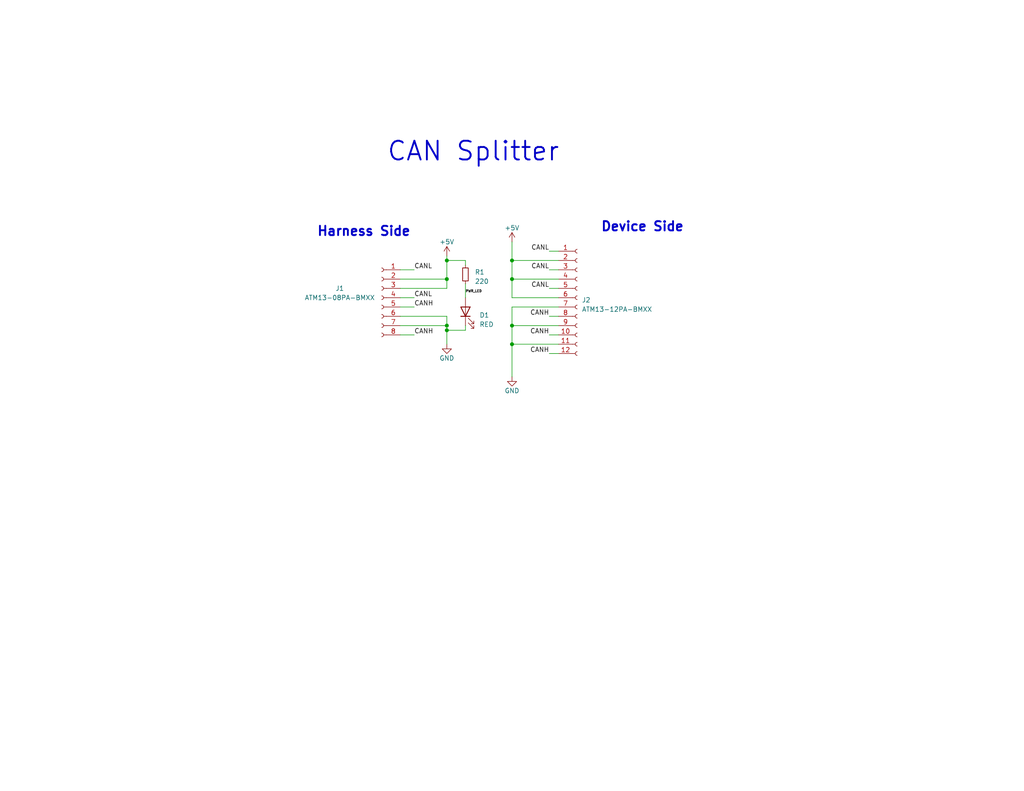
<source format=kicad_sch>
(kicad_sch (version 20230121) (generator eeschema)
  (paper "USLetter")
  (title_block (title "CAN Splitter") (date "2023-09-16") (rev "v1") (company "Sun Devil Motorsports"))
  (lib_symbols
    (symbol "Connector:Conn_01x08_Socket" (pin_names (offset 1.016) hide)
      (property "Reference" "J" (at 0 10.16 0))
      (property "Value" "Conn_01x08_Socket" (at 0 -12.7 0))
      (symbol "Conn_01x08_Socket_1_1"
        (arc (start 0 -9.652) (mid -0.5058 -10.16) (end 0 -10.668) (stroke (width 0.1524)))
        (arc (start 0 -7.112) (mid -0.5058 -7.62) (end 0 -8.128) (stroke (width 0.1524)))
        (arc (start 0 -4.572) (mid -0.5058 -5.08) (end 0 -5.588) (stroke (width 0.1524)))
        (arc (start 0 -2.032) (mid -0.5058 -2.54) (end 0 -3.048) (stroke (width 0.1524)))
        (polyline (pts (xy -1.27 -10.16) (xy -0.508 -10.16)) (stroke (width 0.1524)))
        (polyline (pts (xy -1.27 -7.62) (xy -0.508 -7.62)) (stroke (width 0.1524)))
        (polyline (pts (xy -1.27 -5.08) (xy -0.508 -5.08)) (stroke (width 0.1524)))
        (polyline (pts (xy -1.27 -2.54) (xy -0.508 -2.54)) (stroke (width 0.1524)))
        (polyline (pts (xy -1.27 0) (xy -0.508 0)) (stroke (width 0.1524)))
        (polyline (pts (xy -1.27 2.54) (xy -0.508 2.54)) (stroke (width 0.1524)))
        (polyline (pts (xy -1.27 5.08) (xy -0.508 5.08)) (stroke (width 0.1524)))
        (polyline (pts (xy -1.27 7.62) (xy -0.508 7.62)) (stroke (width 0.1524)))
        (arc (start 0 0.508) (mid -0.5058 0) (end 0 -0.508) (stroke (width 0.1524)))
        (arc (start 0 3.048) (mid -0.5058 2.54) (end 0 2.032) (stroke (width 0.1524)))
        (arc (start 0 5.588) (mid -0.5058 5.08) (end 0 4.572) (stroke (width 0.1524)))
        (arc (start 0 8.128) (mid -0.5058 7.62) (end 0 7.112) (stroke (width 0.1524)))
        (pin passive line (at -5.08 7.62 0) (length 3.81) (name "Pin_1") (number "1"))
        (pin passive line (at -5.08 5.08 0) (length 3.81) (name "Pin_2") (number "2"))
        (pin passive line (at -5.08 2.54 0) (length 3.81) (name "Pin_3") (number "3"))
        (pin passive line (at -5.08 0 0) (length 3.81) (name "Pin_4") (number "4"))
        (pin passive line (at -5.08 -2.54 0) (length 3.81) (name "Pin_5") (number "5"))
        (pin passive line (at -5.08 -5.08 0) (length 3.81) (name "Pin_6") (number "6"))
        (pin passive line (at -5.08 -7.62 0) (length 3.81) (name "Pin_7") (number "7"))
        (pin passive line (at -5.08 -10.16 0) (length 3.81) (name "Pin_8") (number "8"))
      )
    )
    (symbol "Connector:Conn_01x12_Socket" (pin_names (offset 1.016) hide)
      (property "Reference" "J" (at 0 15.24 0))
      (property "Value" "Conn_01x12_Socket" (at 0 -17.78 0))
      (symbol "Conn_01x12_Socket_1_1"
        (arc (start 0 -14.732) (mid -0.5058 -15.24) (end 0 -15.748) (stroke (width 0.1524)))
        (arc (start 0 -12.192) (mid -0.5058 -12.7) (end 0 -13.208) (stroke (width 0.1524)))
        (arc (start 0 -9.652) (mid -0.5058 -10.16) (end 0 -10.668) (stroke (width 0.1524)))
        (arc (start 0 -7.112) (mid -0.5058 -7.62) (end 0 -8.128) (stroke (width 0.1524)))
        (arc (start 0 -4.572) (mid -0.5058 -5.08) (end 0 -5.588) (stroke (width 0.1524)))
        (arc (start 0 -2.032) (mid -0.5058 -2.54) (end 0 -3.048) (stroke (width 0.1524)))
        (polyline (pts (xy -1.27 -15.24) (xy -0.508 -15.24)) (stroke (width 0.1524)))
        (polyline (pts (xy -1.27 -12.7) (xy -0.508 -12.7)) (stroke (width 0.1524)))
        (polyline (pts (xy -1.27 -10.16) (xy -0.508 -10.16)) (stroke (width 0.1524)))
        (polyline (pts (xy -1.27 -7.62) (xy -0.508 -7.62)) (stroke (width 0.1524)))
        (polyline (pts (xy -1.27 -5.08) (xy -0.508 -5.08)) (stroke (width 0.1524)))
        (polyline (pts (xy -1.27 -2.54) (xy -0.508 -2.54)) (stroke (width 0.1524)))
        (polyline (pts (xy -1.27 0) (xy -0.508 0)) (stroke (width 0.1524)))
        (polyline (pts (xy -1.27 2.54) (xy -0.508 2.54)) (stroke (width 0.1524)))
        (polyline (pts (xy -1.27 5.08) (xy -0.508 5.08)) (stroke (width 0.1524)))
        (polyline (pts (xy -1.27 7.62) (xy -0.508 7.62)) (stroke (width 0.1524)))
        (polyline (pts (xy -1.27 10.16) (xy -0.508 10.16)) (stroke (width 0.1524)))
        (polyline (pts (xy -1.27 12.7) (xy -0.508 12.7)) (stroke (width 0.1524)))
        (arc (start 0 0.508) (mid -0.5058 0) (end 0 -0.508) (stroke (width 0.1524)))
        (arc (start 0 3.048) (mid -0.5058 2.54) (end 0 2.032) (stroke (width 0.1524)))
        (arc (start 0 5.588) (mid -0.5058 5.08) (end 0 4.572) (stroke (width 0.1524)))
        (arc (start 0 8.128) (mid -0.5058 7.62) (end 0 7.112) (stroke (width 0.1524)))
        (arc (start 0 10.668) (mid -0.5058 10.16) (end 0 9.652) (stroke (width 0.1524)))
        (arc (start 0 13.208) (mid -0.5058 12.7) (end 0 12.192) (stroke (width 0.1524)))
        (pin passive line (at -5.08 12.7 0) (length 3.81) (name "Pin_1") (number "1"))
        (pin passive line (at -5.08 -10.16 0) (length 3.81) (name "Pin_10") (number "10"))
        (pin passive line (at -5.08 -12.7 0) (length 3.81) (name "Pin_11") (number "11"))
        (pin passive line (at -5.08 -15.24 0) (length 3.81) (name "Pin_12") (number "12"))
        (pin passive line (at -5.08 10.16 0) (length 3.81) (name "Pin_2") (number "2"))
        (pin passive line (at -5.08 7.62 0) (length 3.81) (name "Pin_3") (number "3"))
        (pin passive line (at -5.08 5.08 0) (length 3.81) (name "Pin_4") (number "4"))
        (pin passive line (at -5.08 2.54 0) (length 3.81) (name "Pin_5") (number "5"))
        (pin passive line (at -5.08 0 0) (length 3.81) (name "Pin_6") (number "6"))
        (pin passive line (at -5.08 -2.54 0) (length 3.81) (name "Pin_7") (number "7"))
        (pin passive line (at -5.08 -5.08 0) (length 3.81) (name "Pin_8") (number "8"))
        (pin passive line (at -5.08 -7.62 0) (length 3.81) (name "Pin_9") (number "9"))
      )
    )
    (symbol "Device:LED" (pin_numbers hide) (pin_names (offset 1.016) hide)
      (property "Reference" "D" (at 0 2.54 0))
      (property "Value" "LED" (at 0 -2.54 0))
      (symbol "LED_0_1"
        (polyline (pts (xy -1.27 -1.27) (xy -1.27 1.27)) (stroke (width 0.254)))
        (polyline (pts (xy -1.27 0) (xy 1.27 0)))
        (polyline (pts (xy 1.27 -1.27) (xy 1.27 1.27) (xy -1.27 0) (xy 1.27 -1.27)) (stroke (width 0.254)))
        (polyline (pts (xy -3.048 -0.762) (xy -4.572 -2.286) (xy -3.81 -2.286) (xy -4.572 -2.286) (xy -4.572 -1.524)))
        (polyline (pts (xy -1.778 -0.762) (xy -3.302 -2.286) (xy -2.54 -2.286) (xy -3.302 -2.286) (xy -3.302 -1.524)))
      )
      (symbol "LED_1_1"
        (pin passive line (at -3.81 0 0) (length 2.54) (name "K") (number "1"))
        (pin passive line (at 3.81 0 180) (length 2.54) (name "A") (number "2"))
      )
    )
    (symbol "Device:R_Small" (pin_numbers hide) (pin_names (offset 0.254) hide)
      (property "Reference" "R" (at 0.762 0.508 0))
      (property "Value" "R_Small" (at 0.762 -1.016 0))
      (symbol "R_Small_0_1"
        (rectangle (start -0.762 1.778) (end 0.762 -1.778) (stroke (width 0.2032)))
      )
      (symbol "R_Small_1_1"
        (pin passive line (at 0 2.54 270) (length 0.762) (name "~") (number "1"))
        (pin passive line (at 0 -2.54 90) (length 0.762) (name "~") (number "2"))
      )
    )
    (symbol "power:+5V" (power) (pin_names (offset 0))
      (property "Value" "+5V" (at 0 3.556 0))
      (symbol "+5V_0_1"
        (polyline (pts (xy -0.762 1.27) (xy 0 2.54)))
        (polyline (pts (xy 0 0) (xy 0 2.54)))
        (polyline (pts (xy 0 2.54) (xy 0.762 1.27)))
      )
      (symbol "+5V_1_1"
        (pin power_in line (at 0 0 90) (length 0) hide (name "+5V") (number "1"))
      )
    )
    (symbol "power:GND" (power) (pin_names (offset 0))
      (property "Value" "GND" (at 0 -3.81 0))
      (symbol "GND_0_1"
        (polyline (pts (xy 0 0) (xy 0 -1.27) (xy 1.27 -1.27) (xy 0 -2.54) (xy -1.27 -1.27) (xy 0 -1.27)))
      )
      (symbol "GND_1_1"
        (pin power_in line (at 0 0 270) (length 0) hide (name "GND") (number "1"))
      )
    )
  )
  (junction (at 121.92 90.17))
  (junction (at 121.92 71.12))
  (junction (at 121.92 88.9))
  (junction (at 139.7 93.98))
  (junction (at 139.7 88.9))
  (junction (at 139.7 71.12))
  (junction (at 139.7 76.2))
  (junction (at 121.92 76.2))
  (wire (pts (xy 109.22 78.74) (xy 121.92 78.74)))
  (wire (pts (xy 121.92 88.9) (xy 121.92 90.17)))
  (wire (pts (xy 127 71.12) (xy 121.92 71.12)))
  (wire (pts (xy 127 77.47) (xy 127 81.28)))
  (wire (pts (xy 149.86 68.58) (xy 152.4 68.58)))
  (wire (pts (xy 149.86 91.44) (xy 152.4 91.44)))
  (wire (pts (xy 152.4 88.9) (xy 139.7 88.9)))
  (wire (pts (xy 139.7 71.12) (xy 139.7 66.04)))
  (wire (pts (xy 152.4 71.12) (xy 139.7 71.12)))
  (wire (pts (xy 121.92 86.36) (xy 121.92 88.9)))
  (wire (pts (xy 139.7 88.9) (xy 139.7 93.98)))
  (wire (pts (xy 152.4 81.28) (xy 139.7 81.28)))
  (wire (pts (xy 109.22 91.44) (xy 113.03 91.44)))
  (wire (pts (xy 109.22 73.66) (xy 113.03 73.66)))
  (wire (pts (xy 149.86 96.52) (xy 152.4 96.52)))
  (wire (pts (xy 149.86 78.74) (xy 152.4 78.74)))
  (wire (pts (xy 127 90.17) (xy 121.92 90.17)))
  (wire (pts (xy 152.4 93.98) (xy 139.7 93.98)))
  (wire (pts (xy 152.4 83.82) (xy 139.7 83.82)))
  (wire (pts (xy 139.7 81.28) (xy 139.7 76.2)))
  (wire (pts (xy 127 72.39) (xy 127 71.12)))
  (wire (pts (xy 121.92 78.74) (xy 121.92 76.2)))
  (wire (pts (xy 139.7 93.98) (xy 139.7 102.87)))
  (wire (pts (xy 121.92 76.2) (xy 121.92 71.12)))
  (wire (pts (xy 109.22 86.36) (xy 121.92 86.36)))
  (wire (pts (xy 127 88.9) (xy 127 90.17)))
  (wire (pts (xy 149.86 86.36) (xy 152.4 86.36)))
  (wire (pts (xy 109.22 88.9) (xy 121.92 88.9)))
  (wire (pts (xy 139.7 83.82) (xy 139.7 88.9)))
  (wire (pts (xy 121.92 71.12) (xy 121.92 69.85)))
  (wire (pts (xy 109.22 81.28) (xy 113.03 81.28)))
  (wire (pts (xy 149.86 73.66) (xy 152.4 73.66)))
  (wire (pts (xy 121.92 90.17) (xy 121.92 93.98)))
  (wire (pts (xy 109.22 83.82) (xy 113.03 83.82)))
  (wire (pts (xy 109.22 76.2) (xy 121.92 76.2)))
  (wire (pts (xy 139.7 76.2) (xy 139.7 71.12)))
  (wire (pts (xy 152.4 76.2) (xy 139.7 76.2)))
  (text "Harness Side" (at 86.36 64.77 0) (effects (font (size 2.54 2.54) (thickness 0.508) bold) (justify left bottom)))
  (text "Device Side" (at 163.83 63.5 0) (effects (font (size 2.54 2.54) (thickness 0.508) bold) (justify left bottom)))
  (text "CAN Splitter" (at 105.41 44.45 0) (effects (font (size 5.12 5.12) (thickness 0.508) bold) (justify left bottom)))
  (label "CANH" (at 113.03 91.44 0))
  (label "CANL" (at 149.86 78.74 180))
  (label "CANH" (at 113.03 83.82 0))
  (label "CANL" (at 113.03 73.66 0))
  (label "CANH" (at 149.86 96.52 180))
  (label "CANH" (at 149.86 86.36 180))
  (label "CANH" (at 149.86 91.44 180))
  (label "CANL" (at 149.86 68.58 180))
  (label "CANL" (at 113.03 81.28 0))
  (label "PWR_LED" (at 127 80.01 0) (effects (font (size 0.65 0.65))))
  (label "CANL" (at 149.86 73.66 180))
  (symbol (lib_id "power:GND") (at 139.7 102.87 0) (unit 1)
    (property "Reference" "#PWR04" (effects hide))
    (property "Value" "GND" (at 139.7 106.68 0))
  )
  (symbol (lib_id "Connector:Conn_01x12_Socket") (at 157.48 81.28 0) (unit 1)
    (property "Reference" "J2" (at 158.75 81.915 0) (effects (justify left)))
    (property "Value" "ATM13-12PA-BMXX" (at 158.75 84.455 0) (effects (justify left)))
    (property "Footprint" "Amphenol_Boardlock:ATM13-12PA-BMXX" (effects hide))
  )
  (symbol (lib_id "Connector:Conn_01x08_Socket") (at 104.14 81.28 0) (mirror y) (unit 1)
    (property "Reference" "J1" (at 92.71 78.74 0))
    (property "Value" "ATM13-08PA-BMXX" (at 92.71 81.28 0))
    (property "Footprint" "Amphenol_Boardlock:ATM13-08PA-BMXX" (effects hide))
  )
  (symbol (lib_id "power:+5V") (at 139.7 66.04 0) (unit 1)
    (property "Reference" "#PWR03" (effects hide))
    (property "Value" "+5V" (at 139.7 62.23 0))
  )
  (symbol (lib_id "Device:R_Small") (at 127 74.93 0) (unit 1)
    (property "Reference" "R1" (at 129.54 74.295 0) (effects (justify left)))
    (property "Value" "220" (at 129.54 76.835 0) (effects (justify left)))
    (property "Footprint" "Resistor_SMD:R_1206_3216Metric" (effects hide))
  )
  (symbol (lib_id "power:+5V") (at 121.92 69.85 0) (unit 1)
    (property "Reference" "#PWR01" (effects hide))
    (property "Value" "+5V" (at 121.92 66.04 0))
  )
  (symbol (lib_id "power:GND") (at 121.92 93.98 0) (unit 1)
    (property "Reference" "#PWR02" (effects hide))
    (property "Value" "GND" (at 121.92 97.79 0))
  )
  (symbol (lib_id "Device:LED") (at 127 85.09 90) (unit 1)
    (property "Reference" "D1" (at 130.81 86.0425 90) (effects (justify right)))
    (property "Value" "RED" (at 130.81 88.5825 90) (effects (justify right)))
    (property "Footprint" "LED_SMD:LED_1206_3216Metric" (effects hide))
  )
)
</source>
